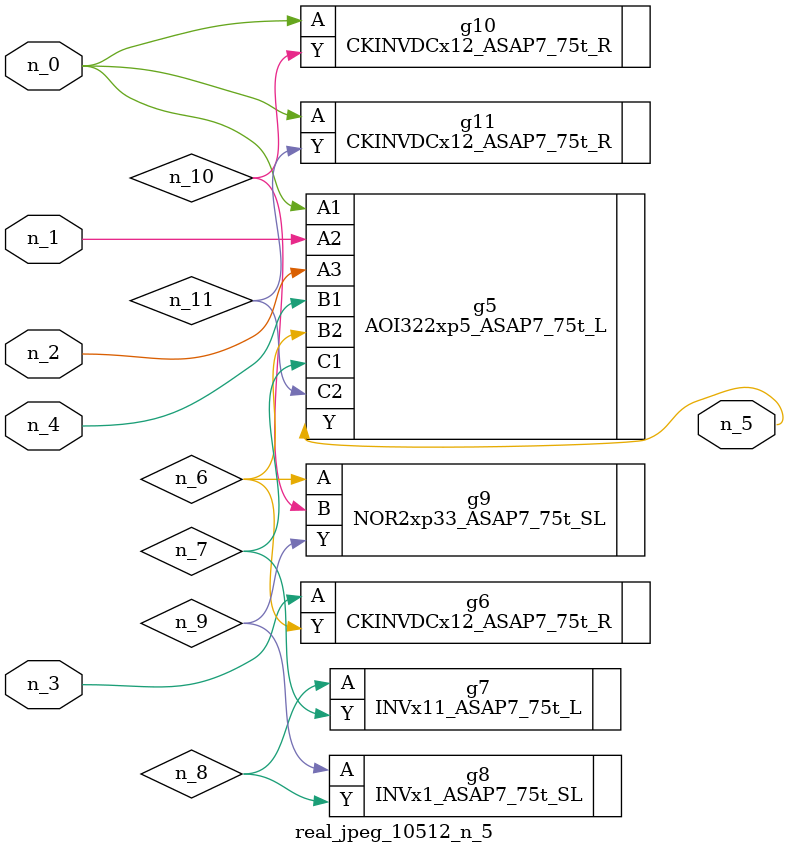
<source format=v>
module real_jpeg_10512_n_5 (n_4, n_0, n_1, n_2, n_3, n_5);

input n_4;
input n_0;
input n_1;
input n_2;
input n_3;

output n_5;

wire n_8;
wire n_11;
wire n_6;
wire n_7;
wire n_10;
wire n_9;

AOI322xp5_ASAP7_75t_L g5 ( 
.A1(n_0),
.A2(n_1),
.A3(n_2),
.B1(n_4),
.B2(n_6),
.C1(n_7),
.C2(n_11),
.Y(n_5)
);

CKINVDCx12_ASAP7_75t_R g10 ( 
.A(n_0),
.Y(n_10)
);

CKINVDCx12_ASAP7_75t_R g11 ( 
.A(n_0),
.Y(n_11)
);

CKINVDCx12_ASAP7_75t_R g6 ( 
.A(n_3),
.Y(n_6)
);

NOR2xp33_ASAP7_75t_SL g9 ( 
.A(n_6),
.B(n_10),
.Y(n_9)
);

INVx11_ASAP7_75t_L g7 ( 
.A(n_8),
.Y(n_7)
);

INVx1_ASAP7_75t_SL g8 ( 
.A(n_9),
.Y(n_8)
);


endmodule
</source>
